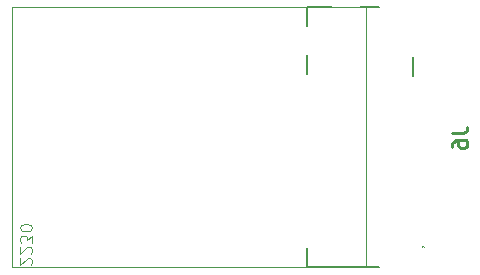
<source format=gbr>
%TF.GenerationSoftware,KiCad,Pcbnew,9.0.1+1*%
%TF.CreationDate,2025-11-18T00:01:15+00:00*%
%TF.ProjectId,nautilus_mainboard,6e617574-696c-4757-935f-6d61696e626f,rev?*%
%TF.SameCoordinates,Original*%
%TF.FileFunction,Legend,Bot*%
%TF.FilePolarity,Positive*%
%FSLAX46Y46*%
G04 Gerber Fmt 4.6, Leading zero omitted, Abs format (unit mm)*
G04 Created by KiCad (PCBNEW 9.0.1+1) date 2025-11-18 00:01:15*
%MOMM*%
%LPD*%
G01*
G04 APERTURE LIST*
%ADD10C,0.254000*%
%ADD11C,0.100000*%
%ADD12C,0.200000*%
G04 APERTURE END LIST*
D10*
X129884318Y-175406667D02*
X130791461Y-175406667D01*
X130791461Y-175406667D02*
X130972889Y-175346190D01*
X130972889Y-175346190D02*
X131093842Y-175225238D01*
X131093842Y-175225238D02*
X131154318Y-175043809D01*
X131154318Y-175043809D02*
X131154318Y-174922857D01*
X129884318Y-176555714D02*
X129884318Y-176313809D01*
X129884318Y-176313809D02*
X129944794Y-176192857D01*
X129944794Y-176192857D02*
X130005270Y-176132381D01*
X130005270Y-176132381D02*
X130186699Y-176011428D01*
X130186699Y-176011428D02*
X130428603Y-175950952D01*
X130428603Y-175950952D02*
X130912413Y-175950952D01*
X130912413Y-175950952D02*
X131033365Y-176011428D01*
X131033365Y-176011428D02*
X131093842Y-176071905D01*
X131093842Y-176071905D02*
X131154318Y-176192857D01*
X131154318Y-176192857D02*
X131154318Y-176434762D01*
X131154318Y-176434762D02*
X131093842Y-176555714D01*
X131093842Y-176555714D02*
X131033365Y-176616190D01*
X131033365Y-176616190D02*
X130912413Y-176676667D01*
X130912413Y-176676667D02*
X130610032Y-176676667D01*
X130610032Y-176676667D02*
X130489080Y-176616190D01*
X130489080Y-176616190D02*
X130428603Y-176555714D01*
X130428603Y-176555714D02*
X130368127Y-176434762D01*
X130368127Y-176434762D02*
X130368127Y-176192857D01*
X130368127Y-176192857D02*
X130428603Y-176071905D01*
X130428603Y-176071905D02*
X130489080Y-176011428D01*
X130489080Y-176011428D02*
X130610032Y-175950952D01*
D11*
X94197342Y-186553734D02*
X94244961Y-186506115D01*
X94244961Y-186506115D02*
X94292580Y-186410877D01*
X94292580Y-186410877D02*
X94292580Y-186172782D01*
X94292580Y-186172782D02*
X94244961Y-186077544D01*
X94244961Y-186077544D02*
X94197342Y-186029925D01*
X94197342Y-186029925D02*
X94102104Y-185982306D01*
X94102104Y-185982306D02*
X94006866Y-185982306D01*
X94006866Y-185982306D02*
X93864009Y-186029925D01*
X93864009Y-186029925D02*
X93292580Y-186601353D01*
X93292580Y-186601353D02*
X93292580Y-185982306D01*
X94197342Y-185601353D02*
X94244961Y-185553734D01*
X94244961Y-185553734D02*
X94292580Y-185458496D01*
X94292580Y-185458496D02*
X94292580Y-185220401D01*
X94292580Y-185220401D02*
X94244961Y-185125163D01*
X94244961Y-185125163D02*
X94197342Y-185077544D01*
X94197342Y-185077544D02*
X94102104Y-185029925D01*
X94102104Y-185029925D02*
X94006866Y-185029925D01*
X94006866Y-185029925D02*
X93864009Y-185077544D01*
X93864009Y-185077544D02*
X93292580Y-185648972D01*
X93292580Y-185648972D02*
X93292580Y-185029925D01*
X94292580Y-184696591D02*
X94292580Y-184077544D01*
X94292580Y-184077544D02*
X93911628Y-184410877D01*
X93911628Y-184410877D02*
X93911628Y-184268020D01*
X93911628Y-184268020D02*
X93864009Y-184172782D01*
X93864009Y-184172782D02*
X93816390Y-184125163D01*
X93816390Y-184125163D02*
X93721152Y-184077544D01*
X93721152Y-184077544D02*
X93483057Y-184077544D01*
X93483057Y-184077544D02*
X93387819Y-184125163D01*
X93387819Y-184125163D02*
X93340200Y-184172782D01*
X93340200Y-184172782D02*
X93292580Y-184268020D01*
X93292580Y-184268020D02*
X93292580Y-184553734D01*
X93292580Y-184553734D02*
X93340200Y-184648972D01*
X93340200Y-184648972D02*
X93387819Y-184696591D01*
X94292580Y-183458496D02*
X94292580Y-183363258D01*
X94292580Y-183363258D02*
X94244961Y-183268020D01*
X94244961Y-183268020D02*
X94197342Y-183220401D01*
X94197342Y-183220401D02*
X94102104Y-183172782D01*
X94102104Y-183172782D02*
X93911628Y-183125163D01*
X93911628Y-183125163D02*
X93673533Y-183125163D01*
X93673533Y-183125163D02*
X93483057Y-183172782D01*
X93483057Y-183172782D02*
X93387819Y-183220401D01*
X93387819Y-183220401D02*
X93340200Y-183268020D01*
X93340200Y-183268020D02*
X93292580Y-183363258D01*
X93292580Y-183363258D02*
X93292580Y-183458496D01*
X93292580Y-183458496D02*
X93340200Y-183553734D01*
X93340200Y-183553734D02*
X93387819Y-183601353D01*
X93387819Y-183601353D02*
X93483057Y-183648972D01*
X93483057Y-183648972D02*
X93673533Y-183696591D01*
X93673533Y-183696591D02*
X93911628Y-183696591D01*
X93911628Y-183696591D02*
X94102104Y-183648972D01*
X94102104Y-183648972D02*
X94197342Y-183601353D01*
X94197342Y-183601353D02*
X94244961Y-183553734D01*
X94244961Y-183553734D02*
X94292580Y-183458496D01*
D12*
%TO.C,J6*%
X117565000Y-164760000D02*
X119665000Y-164760000D01*
X117565000Y-166360000D02*
X117565000Y-164760000D01*
X117565000Y-170360000D02*
X117565000Y-168760000D01*
X117565000Y-186760000D02*
X117565000Y-185160000D01*
X122065000Y-164759999D02*
X123665000Y-164760000D01*
X123665000Y-186760000D02*
X117565000Y-186760000D01*
X126565000Y-170560000D02*
X126565000Y-168959999D01*
D11*
X127365000Y-185010000D02*
X127365000Y-185010000D01*
X127465000Y-185010000D02*
X127465000Y-185010000D01*
X127465000Y-185010000D02*
X127465000Y-185010000D01*
X127365000Y-185010000D02*
G75*
G02*
X127465000Y-185010000I50000J0D01*
G01*
X127465000Y-185010000D02*
G75*
G02*
X127365000Y-185010000I-50000J0D01*
G01*
X127465000Y-185010000D02*
G75*
G02*
X127365000Y-185010000I-50000J0D01*
G01*
X122615000Y-186760000D02*
X92615000Y-186760000D01*
X92615000Y-164760000D01*
X122615000Y-164760000D01*
X122615000Y-186760000D01*
%TD*%
M02*

</source>
